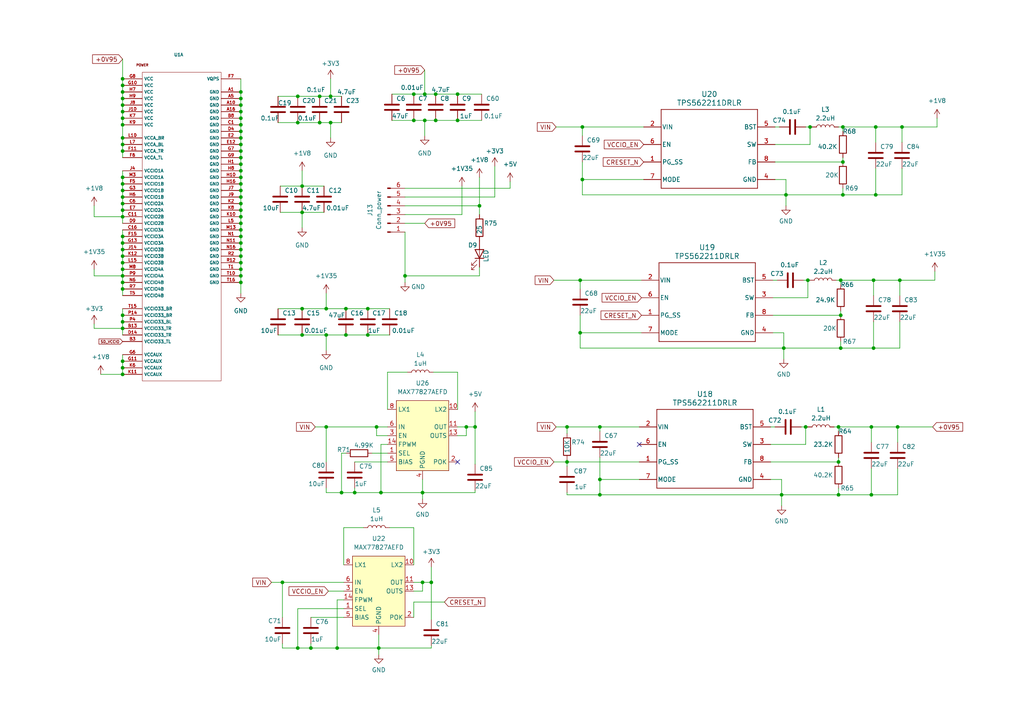
<source format=kicad_sch>
(kicad_sch (version 20250114) (generator "eeschema") (generator_version "9.0")
  (paper "A4")
  (junction (at 69.85 40.005))
  (junction (at 69.85 78.105))
  (junction (at 110.49 142.875))
  (junction (at 35.56 32.385))
  (junction (at 35.56 26.67))
  (junction (at 69.85 55.245))
  (junction (at 137.795 123.825))
  (junction (at 35.56 55.245))
  (junction (at 69.85 64.77))
  (junction (at 234.315 81.28))
  (junction (at 69.85 70.485))
  (junction (at 94.615 97.155))
  (junction (at 168.275 96.52))
  (junction (at 95.885 27.94))
  (junction (at 69.85 51.435))
  (junction (at 69.85 30.48))
  (junction (at 95.885 35.56))
  (junction (at 35.56 76.2))
  (junction (at 35.56 53.34))
  (junction (at 94.615 123.825))
  (junction (at 35.56 24.765))
  (junction (at 227.33 100.965))
  (junction (at 243.205 133.985))
  (junction (at 164.465 123.825))
  (junction (at 35.56 93.345))
  (junction (at 123.19 34.925))
  (junction (at 35.56 68.58))
  (junction (at 243.205 143.51))
  (junction (at 69.85 38.1))
  (junction (at 109.22 123.825))
  (junction (at 227.965 56.515))
  (junction (at 234.95 36.83))
  (junction (at 243.84 81.28))
  (junction (at 35.56 83.82))
  (junction (at 35.56 43.815))
  (junction (at 117.475 80.01))
  (junction (at 69.85 34.29))
  (junction (at 35.56 36.195))
  (junction (at 69.85 41.91))
  (junction (at 35.56 57.15))
  (junction (at 243.84 91.44))
  (junction (at 100.33 89.535))
  (junction (at 260.35 123.825))
  (junction (at 173.99 143.51))
  (junction (at 87.63 89.535))
  (junction (at 109.855 187.96))
  (junction (at 254 56.515))
  (junction (at 135.255 123.825))
  (junction (at 244.475 46.99))
  (junction (at 69.85 62.865))
  (junction (at 69.85 66.675))
  (junction (at 100.33 97.155))
  (junction (at 81.915 168.91))
  (junction (at 35.56 108.585))
  (junction (at 35.56 78.105))
  (junction (at 86.36 35.56))
  (junction (at 69.85 68.58))
  (junction (at 35.56 30.48))
  (junction (at 90.17 187.96))
  (junction (at 173.99 139.065))
  (junction (at 132.715 27.305))
  (junction (at 35.56 59.055))
  (junction (at 69.85 32.385))
  (junction (at 35.56 70.485))
  (junction (at 226.695 143.51))
  (junction (at 69.85 49.53))
  (junction (at 69.85 76.2))
  (junction (at 243.84 100.965))
  (junction (at 125.095 168.91))
  (junction (at 69.85 53.34))
  (junction (at 139.065 59.69))
  (junction (at 35.56 72.39))
  (junction (at 164.465 133.985))
  (junction (at 253.365 81.28))
  (junction (at 106.68 97.155))
  (junction (at 120.015 34.925))
  (junction (at 168.91 52.07))
  (junction (at 168.275 81.28))
  (junction (at 35.56 80.01))
  (junction (at 35.56 51.435))
  (junction (at 69.85 45.72))
  (junction (at 69.85 26.67))
  (junction (at 122.555 142.875))
  (junction (at 69.85 60.96))
  (junction (at 261.62 36.83))
  (junction (at 35.56 60.96))
  (junction (at 86.36 187.96))
  (junction (at 86.36 27.94))
  (junction (at 92.71 27.94))
  (junction (at 69.85 80.01))
  (junction (at 168.91 36.83))
  (junction (at 69.85 59.055))
  (junction (at 244.475 56.515))
  (junction (at 69.85 81.915))
  (junction (at 87.63 53.975))
  (junction (at 35.56 62.865))
  (junction (at 252.73 123.825))
  (junction (at 233.68 123.825))
  (junction (at 243.205 123.825))
  (junction (at 132.715 34.925))
  (junction (at 35.56 74.295))
  (junction (at 173.99 123.825))
  (junction (at 35.56 41.91))
  (junction (at 35.56 40.005))
  (junction (at 92.71 35.56))
  (junction (at 99.06 142.875))
  (junction (at 94.615 89.535))
  (junction (at 244.475 36.83))
  (junction (at 123.19 27.305))
  (junction (at 87.63 97.155))
  (junction (at 87.63 61.595))
  (junction (at 69.85 72.39))
  (junction (at 69.85 47.625))
  (junction (at 126.365 34.925))
  (junction (at 69.85 74.295))
  (junction (at 120.015 27.305))
  (junction (at 35.56 34.29))
  (junction (at 35.56 95.25))
  (junction (at 254 36.83))
  (junction (at 35.56 81.915))
  (junction (at 102.87 142.875))
  (junction (at 97.79 187.96))
  (junction (at 69.85 28.575))
  (junction (at 35.56 22.86))
  (junction (at 260.985 81.28))
  (junction (at 35.56 106.68))
  (junction (at 106.68 89.535))
  (junction (at 69.85 36.195))
  (junction (at 69.85 57.15))
  (junction (at 35.56 91.44))
  (junction (at 126.365 27.305))
  (junction (at 122.555 168.91))
  (junction (at 35.56 104.775))
  (junction (at 252.73 143.51))
  (junction (at 253.365 100.965))
  (junction (at 35.56 28.575))
  (junction (at 69.85 43.815))
  (no_connect (at 132.715 133.985))
  (no_connect (at 185.42 128.905))
  (wire (pts (xy 113.03 153.035) (xy 120.015 153.035)))
  (wire (pts (xy 106.68 97.155) (xy 113.03 97.155)))
  (wire (pts (xy 120.015 171.45) (xy 122.555 171.45)))
  (wire (pts (xy 35.56 62.865) (xy 35.56 64.77)))
  (wire (pts (xy 223.52 123.825) (xy 224.79 123.825)))
  (wire (pts (xy 69.85 49.53) (xy 69.85 51.435)))
  (wire (pts (xy 69.85 40.005) (xy 69.85 41.91)))
  (wire (pts (xy 168.275 96.52) (xy 186.055 96.52)))
  (wire (pts (xy 164.465 133.985) (xy 164.465 135.255)))
  (wire (pts (xy 35.56 72.39) (xy 35.56 74.295)))
  (wire (pts (xy 35.56 59.055) (xy 35.56 60.96)))
  (wire (pts (xy 120.015 174.625) (xy 120.015 179.07)))
  (wire (pts (xy 147.955 52.705) (xy 147.955 54.61)))
  (wire (pts (xy 168.91 52.07) (xy 186.69 52.07)))
  (wire (pts (xy 137.795 119.38) (xy 137.795 123.825)))
  (wire (pts (xy 125.095 187.96) (xy 109.855 187.96)))
  (wire (pts (xy 35.56 49.53) (xy 35.56 51.435)))
  (wire (pts (xy 126.365 27.305) (xy 132.715 27.305)))
  (wire (pts (xy 271.78 36.83) (xy 271.78 34.29)))
  (wire (pts (xy 69.85 59.055) (xy 69.85 60.96)))
  (wire (pts (xy 95.25 171.45) (xy 99.695 171.45)))
  (wire (pts (xy 80.645 27.94) (xy 86.36 27.94)))
  (wire (pts (xy 69.85 66.675) (xy 69.85 68.58)))
  (wire (pts (xy 99.695 153.035) (xy 99.695 163.83)))
  (wire (pts (xy 168.275 91.44) (xy 168.275 96.52)))
  (wire (pts (xy 164.465 133.985) (xy 185.42 133.985)))
  (wire (pts (xy 69.85 51.435) (xy 69.85 53.34)))
  (wire (pts (xy 260.985 81.28) (xy 271.145 81.28)))
  (wire (pts (xy 243.84 81.28) (xy 243.84 82.55)))
  (wire (pts (xy 95.885 35.56) (xy 99.06 35.56)))
  (wire (pts (xy 90.17 179.07) (xy 99.695 179.07)))
  (wire (pts (xy 35.56 104.775) (xy 35.56 106.68)))
  (wire (pts (xy 35.56 55.245) (xy 35.56 57.15)))
  (wire (pts (xy 227.965 52.07) (xy 227.965 56.515)))
  (wire (pts (xy 81.915 186.69) (xy 81.915 187.96)))
  (wire (pts (xy 168.91 36.83) (xy 186.69 36.83)))
  (wire (pts (xy 112.395 107.95) (xy 112.395 118.745)))
  (wire (pts (xy 80.645 89.535) (xy 87.63 89.535)))
  (wire (pts (xy 125.095 168.91) (xy 125.095 179.705)))
  (wire (pts (xy 234.95 41.91) (xy 234.95 36.83)))
  (wire (pts (xy 224.79 46.99) (xy 244.475 46.99)))
  (wire (pts (xy 35.56 30.48) (xy 35.56 32.385)))
  (wire (pts (xy 233.68 36.83) (xy 234.95 36.83)))
  (wire (pts (xy 122.555 168.91) (xy 125.095 168.91)))
  (wire (pts (xy 252.73 123.825) (xy 252.73 128.27)))
  (wire (pts (xy 117.475 54.61) (xy 147.955 54.61)))
  (wire (pts (xy 35.56 91.44) (xy 35.56 93.345)))
  (wire (pts (xy 87.63 61.595) (xy 93.98 61.595)))
  (wire (pts (xy 125.095 187.325) (xy 125.095 187.96)))
  (wire (pts (xy 69.85 53.34) (xy 69.85 55.245)))
  (wire (pts (xy 126.365 34.925) (xy 132.715 34.925)))
  (wire (pts (xy 223.52 133.985) (xy 243.205 133.985)))
  (wire (pts (xy 35.56 89.535) (xy 35.56 91.44)))
  (wire (pts (xy 137.795 123.825) (xy 137.795 134.62)))
  (wire (pts (xy 261.62 56.515) (xy 254 56.515)))
  (wire (pts (xy 254 56.515) (xy 244.475 56.515)))
  (wire (pts (xy 253.365 100.965) (xy 243.84 100.965)))
  (wire (pts (xy 168.91 56.515) (xy 227.965 56.515)))
  (wire (pts (xy 135.255 126.365) (xy 135.255 123.825)))
  (wire (pts (xy 224.79 36.83) (xy 226.06 36.83)))
  (wire (pts (xy 109.855 184.15) (xy 109.855 187.96)))
  (wire (pts (xy 161.29 36.83) (xy 168.91 36.83)))
  (wire (pts (xy 35.56 74.295) (xy 35.56 76.2)))
  (wire (pts (xy 260.985 100.965) (xy 253.365 100.965)))
  (wire (pts (xy 252.73 143.51) (xy 243.205 143.51)))
  (wire (pts (xy 35.56 32.385) (xy 35.56 34.29)))
  (wire (pts (xy 78.74 168.91) (xy 81.915 168.91)))
  (wire (pts (xy 143.51 48.26) (xy 143.51 57.15)))
  (wire (pts (xy 241.935 123.825) (xy 243.205 123.825)))
  (wire (pts (xy 69.85 38.1) (xy 69.85 40.005)))
  (wire (pts (xy 243.84 99.06) (xy 243.84 100.965)))
  (wire (pts (xy 117.475 80.01) (xy 117.475 81.915)))
  (wire (pts (xy 109.22 123.825) (xy 112.395 123.825)))
  (wire (pts (xy 137.795 142.24) (xy 137.795 142.875)))
  (wire (pts (xy 168.91 52.07) (xy 168.91 56.515)))
  (wire (pts (xy 69.85 78.105) (xy 69.85 80.01)))
  (wire (pts (xy 35.56 83.82) (xy 35.56 85.725)))
  (wire (pts (xy 35.56 60.96) (xy 35.56 62.865)))
  (wire (pts (xy 35.56 36.195) (xy 35.56 40.005)))
  (wire (pts (xy 86.36 176.53) (xy 99.695 176.53)))
  (wire (pts (xy 243.205 123.825) (xy 252.73 123.825)))
  (wire (pts (xy 91.44 123.825) (xy 94.615 123.825)))
  (wire (pts (xy 35.56 26.67) (xy 35.56 28.575)))
  (wire (pts (xy 69.85 41.91) (xy 69.85 43.815)))
  (wire (pts (xy 117.475 67.31) (xy 117.475 80.01)))
  (wire (pts (xy 99.695 173.99) (xy 97.79 173.99)))
  (wire (pts (xy 133.985 53.975) (xy 133.985 62.23)))
  (wire (pts (xy 122.555 142.875) (xy 122.555 144.78)))
  (wire (pts (xy 123.19 20.32) (xy 123.19 27.305)))
  (wire (pts (xy 81.28 53.975) (xy 87.63 53.975)))
  (wire (pts (xy 226.695 143.51) (xy 226.695 146.685)))
  (wire (pts (xy 254 36.83) (xy 254 41.275)))
  (wire (pts (xy 95.885 35.56) (xy 95.885 40.005)))
  (wire (pts (xy 244.475 45.72) (xy 244.475 46.99)))
  (wire (pts (xy 69.85 55.245) (xy 69.85 57.15)))
  (wire (pts (xy 35.56 70.485) (xy 35.56 72.39)))
  (wire (pts (xy 260.35 123.825) (xy 270.51 123.825)))
  (wire (pts (xy 112.395 128.905) (xy 110.49 128.905)))
  (wire (pts (xy 243.205 36.83) (xy 244.475 36.83)))
  (wire (pts (xy 94.615 123.825) (xy 94.615 133.985)))
  (wire (pts (xy 27.305 80.01) (xy 35.56 80.01)))
  (wire (pts (xy 69.85 70.485) (xy 69.85 72.39)))
  (wire (pts (xy 223.52 139.065) (xy 226.695 139.065)))
  (wire (pts (xy 173.99 125.095) (xy 173.99 123.825)))
  (wire (pts (xy 132.715 107.95) (xy 132.715 118.745)))
  (wire (pts (xy 112.395 126.365) (xy 109.22 126.365)))
  (wire (pts (xy 234.315 81.28) (xy 234.95 81.28)))
  (wire (pts (xy 80.645 35.56) (xy 86.36 35.56)))
  (wire (pts (xy 94.615 141.605) (xy 94.615 142.875)))
  (wire (pts (xy 27.305 95.25) (xy 35.56 95.25)))
  (wire (pts (xy 125.095 164.465) (xy 125.095 168.91)))
  (wire (pts (xy 260.985 93.345) (xy 260.985 100.965)))
  (wire (pts (xy 87.63 49.53) (xy 87.63 53.975)))
  (wire (pts (xy 94.615 97.155) (xy 100.33 97.155)))
  (wire (pts (xy 69.85 57.15) (xy 69.85 59.055)))
  (wire (pts (xy 226.695 139.065) (xy 226.695 143.51)))
  (wire (pts (xy 69.85 43.815) (xy 69.85 45.72)))
  (wire (pts (xy 123.19 34.925) (xy 123.19 39.37)))
  (wire (pts (xy 224.79 52.07) (xy 227.965 52.07)))
  (wire (pts (xy 35.56 28.575) (xy 35.56 30.48)))
  (wire (pts (xy 69.85 62.865) (xy 69.85 64.77)))
  (wire (pts (xy 69.85 32.385) (xy 69.85 34.29)))
  (wire (pts (xy 261.62 36.83) (xy 271.78 36.83)))
  (wire (pts (xy 69.85 26.67) (xy 69.85 28.575)))
  (wire (pts (xy 69.85 36.195) (xy 69.85 38.1)))
  (wire (pts (xy 94.615 142.875) (xy 99.06 142.875)))
  (wire (pts (xy 232.41 123.825) (xy 233.68 123.825)))
  (wire (pts (xy 35.56 106.68) (xy 35.56 108.585)))
  (wire (pts (xy 234.95 36.83) (xy 235.585 36.83)))
  (wire (pts (xy 244.475 36.83) (xy 244.475 38.1)))
  (wire (pts (xy 132.715 34.925) (xy 139.7 34.925)))
  (wire (pts (xy 94.615 85.09) (xy 94.615 89.535)))
  (wire (pts (xy 81.915 168.91) (xy 99.695 168.91)))
  (wire (pts (xy 69.85 64.77) (xy 69.85 66.675)))
  (wire (pts (xy 117.475 59.69) (xy 139.065 59.69)))
  (wire (pts (xy 243.205 132.715) (xy 243.205 133.985)))
  (wire (pts (xy 132.715 126.365) (xy 135.255 126.365)))
  (wire (pts (xy 99.06 142.875) (xy 102.87 142.875)))
  (wire (pts (xy 69.85 76.2) (xy 69.85 78.105)))
  (wire (pts (xy 69.85 22.86) (xy 69.85 26.67)))
  (wire (pts (xy 99.06 131.445) (xy 99.06 142.875)))
  (wire (pts (xy 243.84 90.17) (xy 243.84 91.44)))
  (wire (pts (xy 35.56 51.435) (xy 35.56 53.34)))
  (wire (pts (xy 35.56 93.345) (xy 35.56 95.25)))
  (wire (pts (xy 35.56 102.87) (xy 35.56 104.775)))
  (wire (pts (xy 224.155 81.28) (xy 225.425 81.28)))
  (wire (pts (xy 227.33 96.52) (xy 227.33 100.965)))
  (wire (pts (xy 164.465 143.51) (xy 173.99 143.51)))
  (wire (pts (xy 102.87 133.985) (xy 112.395 133.985)))
  (wire (pts (xy 97.79 187.96) (xy 109.855 187.96)))
  (wire (pts (xy 105.41 153.035) (xy 99.695 153.035)))
  (wire (pts (xy 35.56 76.2) (xy 35.56 78.105)))
  (wire (pts (xy 168.275 83.82) (xy 168.275 81.28)))
  (wire (pts (xy 137.795 142.875) (xy 122.555 142.875)))
  (wire (pts (xy 164.465 123.825) (xy 173.99 123.825)))
  (wire (pts (xy 120.015 27.305) (xy 123.19 27.305)))
  (wire (pts (xy 94.615 89.535) (xy 100.33 89.535)))
  (wire (pts (xy 243.205 123.825) (xy 243.205 125.095)))
  (wire (pts (xy 173.99 139.065) (xy 185.42 139.065)))
  (wire (pts (xy 260.35 135.89) (xy 260.35 143.51)))
  (wire (pts (xy 122.555 171.45) (xy 122.555 168.91)))
  (wire (pts (xy 260.985 81.28) (xy 260.985 85.725)))
  (wire (pts (xy 271.145 81.28) (xy 271.145 78.74)))
  (wire (pts (xy 87.63 97.155) (xy 94.615 97.155)))
  (wire (pts (xy 102.87 141.605) (xy 102.87 142.875)))
  (wire (pts (xy 122.555 139.065) (xy 122.555 142.875)))
  (wire (pts (xy 27.305 78.105) (xy 27.305 80.01)))
  (wire (pts (xy 164.465 123.825) (xy 164.465 125.73)))
  (wire (pts (xy 161.29 123.825) (xy 164.465 123.825)))
  (wire (pts (xy 224.155 86.36) (xy 234.315 86.36)))
  (wire (pts (xy 164.465 142.875) (xy 164.465 143.51)))
  (wire (pts (xy 90.17 187.96) (xy 97.79 187.96)))
  (wire (pts (xy 94.615 123.825) (xy 109.22 123.825)))
  (wire (pts (xy 92.71 27.94) (xy 95.885 27.94)))
  (wire (pts (xy 87.63 61.595) (xy 87.63 66.04)))
  (wire (pts (xy 160.655 133.985) (xy 164.465 133.985)))
  (wire (pts (xy 94.615 97.155) (xy 94.615 101.6)))
  (wire (pts (xy 117.475 57.15) (xy 143.51 57.15)))
  (wire (pts (xy 260.35 143.51) (xy 252.73 143.51)))
  (wire (pts (xy 69.85 60.96) (xy 69.85 62.865)))
  (wire (pts (xy 69.85 81.915) (xy 69.85 85.09)))
  (wire (pts (xy 125.73 107.95) (xy 132.715 107.95)))
  (wire (pts (xy 35.56 78.105) (xy 35.56 80.01)))
  (wire (pts (xy 86.36 35.56) (xy 92.71 35.56)))
  (wire (pts (xy 106.68 89.535) (xy 113.03 89.535)))
  (wire (pts (xy 35.56 81.915) (xy 35.56 83.82)))
  (wire (pts (xy 35.56 53.34) (xy 35.56 55.245)))
  (wire (pts (xy 35.56 43.815) (xy 35.56 45.72)))
  (wire (pts (xy 35.56 80.01) (xy 35.56 81.915)))
  (wire (pts (xy 92.71 35.56) (xy 95.885 35.56)))
  (wire (pts (xy 86.36 187.96) (xy 90.17 187.96)))
  (wire (pts (xy 27.305 59.69) (xy 27.305 62.865)))
  (wire (pts (xy 100.33 89.535) (xy 106.68 89.535)))
  (wire (pts (xy 69.85 28.575) (xy 69.85 30.48)))
  (wire (pts (xy 254 36.83) (xy 261.62 36.83)))
  (wire (pts (xy 35.56 108.585) (xy 29.21 108.585)))
  (wire (pts (xy 253.365 81.28) (xy 260.985 81.28)))
  (wire (pts (xy 109.855 187.96) (xy 109.855 189.865)))
  (wire (pts (xy 123.19 27.305) (xy 126.365 27.305)))
  (wire (pts (xy 120.015 168.91) (xy 122.555 168.91)))
  (wire (pts (xy 69.85 45.72) (xy 69.85 47.625)))
  (wire (pts (xy 244.475 36.83) (xy 254 36.83)))
  (wire (pts (xy 224.155 91.44) (xy 243.84 91.44)))
  (wire (pts (xy 168.91 39.37) (xy 168.91 36.83)))
  (wire (pts (xy 35.56 40.005) (xy 35.56 41.91)))
  (wire (pts (xy 254 48.895) (xy 254 56.515)))
  (wire (pts (xy 261.62 48.895) (xy 261.62 56.515)))
  (wire (pts (xy 35.56 66.675) (xy 35.56 68.58)))
  (wire (pts (xy 160.655 81.28) (xy 168.275 81.28)))
  (wire (pts (xy 69.85 80.01) (xy 69.85 81.915)))
  (wire (pts (xy 224.155 96.52) (xy 227.33 96.52)))
  (wire (pts (xy 69.85 47.625) (xy 69.85 49.53)))
  (wire (pts (xy 69.85 72.39) (xy 69.85 74.295)))
  (wire (pts (xy 35.56 24.765) (xy 35.56 26.67)))
  (wire (pts (xy 139.065 77.47) (xy 139.065 80.01)))
  (wire (pts (xy 109.22 126.365) (xy 109.22 123.825)))
  (wire (pts (xy 168.275 96.52) (xy 168.275 100.965)))
  (wire (pts (xy 135.255 123.825) (xy 137.795 123.825)))
  (wire (pts (xy 132.715 27.305) (xy 139.7 27.305)))
  (wire (pts (xy 233.045 81.28) (xy 234.315 81.28)))
  (wire (pts (xy 173.99 139.065) (xy 173.99 143.51)))
  (wire (pts (xy 81.915 168.91) (xy 81.915 179.07)))
  (wire (pts (xy 35.56 95.25) (xy 35.56 97.155)))
  (wire (pts (xy 35.56 34.29) (xy 35.56 36.195)))
  (wire (pts (xy 234.315 86.36) (xy 234.315 81.28)))
  (wire (pts (xy 27.305 93.98) (xy 27.305 95.25)))
  (wire (pts (xy 110.49 128.905) (xy 110.49 142.875)))
  (wire (pts (xy 173.99 143.51) (xy 226.695 143.51)))
  (wire (pts (xy 87.63 89.535) (xy 94.615 89.535)))
  (wire (pts (xy 253.365 93.345) (xy 253.365 100.965)))
  (wire (pts (xy 173.99 132.715) (xy 173.99 139.065)))
  (wire (pts (xy 139.065 51.435) (xy 139.065 59.69)))
  (wire (pts (xy 253.365 81.28) (xy 253.365 85.725)))
  (wire (pts (xy 87.63 53.975) (xy 93.98 53.975)))
  (wire (pts (xy 227.33 100.965) (xy 227.33 104.14)))
  (wire (pts (xy 242.57 81.28) (xy 243.84 81.28)))
  (wire (pts (xy 69.85 30.48) (xy 69.85 32.385)))
  (wire (pts (xy 223.52 128.905) (xy 233.68 128.905)))
  (wire (pts (xy 139.065 80.01) (xy 117.475 80.01)))
  (wire (pts (xy 233.68 128.905) (xy 233.68 123.825)))
  (wire (pts (xy 139.065 59.69) (xy 139.065 62.23)))
  (wire (pts (xy 80.645 97.155) (xy 87.63 97.155)))
  (wire (pts (xy 224.79 41.91) (xy 234.95 41.91)))
  (wire (pts (xy 100.33 97.155) (xy 106.68 97.155)))
  (wire (pts (xy 27.305 62.865) (xy 35.56 62.865)))
  (wire (pts (xy 113.665 34.925) (xy 120.015 34.925)))
  (wire (pts (xy 243.205 141.605) (xy 243.205 143.51)))
  (wire (pts (xy 168.91 46.99) (xy 168.91 52.07)))
  (wire (pts (xy 243.205 143.51) (xy 226.695 143.51)))
  (wire (pts (xy 261.62 36.83) (xy 261.62 41.275)))
  (wire (pts (xy 95.885 22.86) (xy 95.885 27.94)))
  (wire (pts (xy 123.19 34.925) (xy 126.365 34.925)))
  (wire (pts (xy 100.33 131.445) (xy 99.06 131.445)))
  (wire (pts (xy 243.84 81.28) (xy 253.365 81.28)))
  (wire (pts (xy 227.965 56.515) (xy 227.965 59.69)))
  (wire (pts (xy 110.49 142.875) (xy 122.555 142.875)))
  (wire (pts (xy 97.79 173.99) (xy 97.79 187.96)))
  (wire (pts (xy 128.905 174.625) (xy 120.015 174.625)))
  (wire (pts (xy 69.85 68.58) (xy 69.85 70.485)))
  (wire (pts (xy 244.475 56.515) (xy 227.965 56.515)))
  (wire (pts (xy 118.11 107.95) (xy 112.395 107.95)))
  (wire (pts (xy 243.84 100.965) (xy 227.33 100.965)))
  (wire (pts (xy 107.95 131.445) (xy 112.395 131.445)))
  (wire (pts (xy 120.015 34.925) (xy 123.19 34.925)))
  (wire (pts (xy 69.85 74.295) (xy 69.85 76.2)))
  (wire (pts (xy 173.99 123.825) (xy 185.42 123.825)))
  (wire (pts (xy 120.015 153.035) (xy 120.015 163.83)))
  (wire (pts (xy 35.56 22.86) (xy 35.56 24.765)))
  (wire (pts (xy 164.465 133.35) (xy 164.465 133.985)))
  (wire (pts (xy 168.275 81.28) (xy 186.055 81.28)))
  (wire (pts (xy 35.56 17.145) (xy 35.56 22.86)))
  (wire (pts (xy 35.56 68.58) (xy 35.56 70.485)))
  (wire (pts (xy 86.36 27.94) (xy 92.71 27.94)))
  (wire (pts (xy 117.475 64.77) (xy 123.19 64.77)))
  (wire (pts (xy 260.35 123.825) (xy 260.35 128.27)))
  (wire (pts (xy 81.28 61.595) (xy 87.63 61.595)))
  (wire (pts (xy 244.475 54.61) (xy 244.475 56.515)))
  (wire (pts (xy 117.475 62.23) (xy 133.985 62.23)))
  (wire (pts (xy 233.68 123.825) (xy 234.315 123.825)))
  (wire (pts (xy 90.17 186.69) (xy 90.17 187.96)))
  (wire (pts (xy 86.36 176.53) (xy 86.36 187.96)))
  (wire (pts (xy 102.87 142.875) (xy 110.49 142.875)))
  (wire (pts (xy 252.73 123.825) (xy 260.35 123.825)))
  (wire (pts (xy 113.665 27.305) (xy 120.015 27.305)))
  (wire (pts (xy 252.73 135.89) (xy 252.73 143.51)))
  (wire (pts (xy 81.915 187.96) (xy 86.36 187.96)))
  (wire (pts (xy 69.85 34.29) (xy 69.85 36.195)))
  (wire (pts (xy 95.885 27.94) (xy 99.06 27.94)))
  (wire (pts (xy 168.275 100.965) (xy 227.33 100.965)))
  (wire (pts (xy 35.56 57.15) (xy 35.56 59.055)))
  (wire (pts (xy 132.715 123.825) (xy 135.255 123.825)))
  (wire (pts (xy 35.56 41.91) (xy 35.56 43.815)))
  (global_label "VCCIO_EN" (shape input) (at 95.25 171.45 180) (property "Intersheetrefs" "${INTERSHEET_REFS}" (effects (hide yes))))
  (global_label "+0V95" (shape input) (at 123.19 64.77 0) (property "Intersheetrefs" "${INTERSHEET_REFS}" (effects (hide yes))))
  (global_label "SD_VCCIO" (shape input) (at 35.56 99.06 180) (effects (font (size 0.762 0.762))) (property "Intersheetrefs" "${INTERSHEET_REFS}" (effects (hide yes))))
  (global_label "VIN" (shape input) (at 91.44 123.825 180) (property "Intersheetrefs" "${INTERSHEET_REFS}" (effects (hide yes))))
  (global_label "+0V95" (shape input) (at 123.19 20.32 180) (property "Intersheetrefs" "${INTERSHEET_REFS}" (effects (hide yes))))
  (global_label "CRESET_N" (shape input) (at 128.905 174.625 0) (property "Intersheetrefs" "${INTERSHEET_REFS}" (effects (hide yes))))
  (global_label "VIN" (shape input) (at 160.655 81.28 180) (property "Intersheetrefs" "${INTERSHEET_REFS}" (effects (hide yes))))
  (global_label "VCCIO_EN" (shape input) (at 186.055 86.36 180) (property "Intersheetrefs" "${INTERSHEET_REFS}" (effects (hide yes))))
  (global_label "VCCIO_EN" (shape input) (at 160.655 133.985 180) (property "Intersheetrefs" "${INTERSHEET_REFS}" (effects (hide yes))))
  (global_label "CRESET_N" (shape input) (at 186.69 46.99 180) (property "Intersheetrefs" "${INTERSHEET_REFS}" (effects (hide yes))))
  (global_label "VIN" (shape input) (at 161.29 123.825 180) (property "Intersheetrefs" "${INTERSHEET_REFS}" (effects (hide yes))))
  (global_label "VIN" (shape input) (at 161.29 36.83 180) (property "Intersheetrefs" "${INTERSHEET_REFS}" (effects (hide yes))))
  (global_label "+0V95" (shape input) (at 270.51 123.825 0) (property "Intersheetrefs" "${INTERSHEET_REFS}" (effects (hide yes))))
  (global_label "+0V95" (shape input) (at 35.56 17.145 180) (property "Intersheetrefs" "${INTERSHEET_REFS}" (effects (hide yes))))
  (global_label "VCCIO_EN" (shape input) (at 186.69 41.91 180) (property "Intersheetrefs" "${INTERSHEET_REFS}" (effects (hide yes))))
  (global_label "VIN" (shape input) (at 78.74 168.91 180) (property "Intersheetrefs" "${INTERSHEET_REFS}" (effects (hide yes))))
  (global_label "CRESET_N" (shape input) (at 186.055 91.44 180) (property "Intersheetrefs" "${INTERSHEET_REFS}" (effects (hide yes))))
  (symbol (lib_id "power:+3V3") (at 143.51 48.26 0) (unit 1)
    (property "Reference" "#PWR0111" (effects (hide yes)))
    (property "Value" "+3V3" (at 143.51 43.815 0))
    (property "Description" "Power symbol creates a global label with name \"+3V3\"" (effects (hide yes)))
  )
  (symbol (lib_id "Device:C") (at 132.715 31.115 0) (unit 1)
    (property "Reference" "C9" (at 133.985 28.575 0) (effects (justify left)))
    (property "Value" "1uF" (at 133.35 33.655 0) (effects (justify left)))
    (property "Footprint" "Capacitor_SMD:C_0603_1608Metric" (effects (hide yes)))
    (property "Description" "Unpolarized capacitor" (effects (hide yes)))
  )
  (symbol (lib_id "Device:L") (at 238.76 81.28 90) (unit 1)
    (property "Reference" "L2" (at 238.76 76.2 90))
    (property "Value" "2.2uH" (at 238.76 78.74 90))
    (property "Footprint" "Inductor_SMD:L_1008_2520Metric" (effects (hide yes)))
  )
  (symbol (lib_id "power:GND") (at 122.555 144.78 0) (unit 1)
    (property "Reference" "#PWR076" (effects (hide yes)))
    (property "Value" "GND" (at 122.555 149.225 0))
    (property "Description" "Power symbol creates a global label with name \"GND\" , ground" (effects (hide yes)))
  )
  (symbol (lib_id "Device:C") (at 229.87 36.83 90) (unit 1)
    (property "Reference" "C74" (at 227.965 34.925 90) (effects (justify left)))
    (property "Value" "0.1uF" (at 232.41 32.385 90) (effects (justify left)))
    (property "Footprint" "Capacitor_SMD:C_0603_1608Metric" (effects (hide yes)))
  )
  (symbol (lib_id "Device:C") (at 164.465 139.065 0) (unit 1)
    (property "Reference" "C87" (at 166.37 136.652 0) (effects (justify left)))
    (property "Value" "1uF" (at 166.624 141.224 0) (effects (justify left)))
    (property "Footprint" "Capacitor_SMD:C_0603_1608Metric" (effects (hide yes)))
    (property "Description" "Unpolarized capacitor" (effects (hide yes)))
  )
  (symbol (lib_id "Device:R") (at 243.205 137.795 180) (unit 1)
    (property "Reference" "R65" (at 245.745 141.605 0))
    (property "Value" "40.2K" (at 238.76 137.795 0))
    (property "Footprint" "Resistor_SMD:R_0603_1608Metric" (effects (hide yes)))
    (property "Description" "Resistor" (effects (hide yes)))
  )
  (symbol (lib_id "power:GND") (at 117.475 81.915 0) (unit 1)
    (property "Reference" "#PWR0108" (effects (hide yes)))
    (property "Value" "GND" (at 121.285 83.185 0))
    (property "Description" "Power symbol creates a global label with name \"GND\" , ground" (effects (hide yes)))
  )
  (symbol (lib_id "Device:C") (at 260.985 89.535 0) (unit 1)
    (property "Reference" "C83" (at 262.255 86.995 0) (effects (justify left)))
    (property "Value" "22uF" (at 260.985 92.075 0) (effects (justify left)))
    (property "Footprint" "Capacitor_SMD:C_0805_2012Metric" (effects (hide yes)))
    (property "Description" "Unpolarized capacitor" (effects (hide yes)))
  )
  (symbol (lib_id "Device:C") (at 120.015 31.115 0) (unit 1)
    (property "Reference" "C7" (at 121.285 28.575 0) (effects (justify left)))
    (property "Value" "0.01uF" (at 116.205 25.4 0) (effects (justify left)))
    (property "Footprint" "Capacitor_SMD:C_0603_1608Metric" (effects (hide yes)))
    (property "Description" "Unpolarized capacitor" (effects (hide yes)))
  )
  (symbol (lib_id "Device:C") (at 228.6 123.825 90) (unit 1)
    (property "Reference" "C72" (at 226.695 121.92 90) (effects (justify left)))
    (property "Value" "0.1uF" (at 231.14 119.38 90) (effects (justify left)))
    (property "Footprint" "Capacitor_SMD:C_0603_1608Metric" (effects (hide yes)))
  )
  (symbol (lib_id "Device:C") (at 139.7 31.115 0) (unit 1)
    (property "Reference" "C60" (at 140.97 28.575 0) (effects (justify left)))
    (property "Value" "0.1uF" (at 140.335 33.655 0) (effects (justify left)))
    (property "Footprint" "Capacitor_SMD:C_0603_1608Metric" (effects (hide yes)))
    (property "Description" "Unpolarized capacitor" (effects (hide yes)))
  )
  (symbol (lib_id "Device:C") (at 137.795 138.43 0) (unit 1)
    (property "Reference" "C85" (at 139.065 135.89 0) (effects (justify left)))
    (property "Value" "22uF" (at 137.795 140.97 0) (effects (justify left)))
    (property "Footprint" "Capacitor_SMD:C_0805_2012Metric" (effects (hide yes)))
    (property "Description" "Unpolarized capacitor" (effects (hide yes)))
  )
  (symbol (lib_id "Device:C") (at 125.095 183.515 0) (unit 1)
    (property "Reference" "C81" (at 126.365 180.975 0) (effects (justify left)))
    (property "Value" "22uF" (at 125.095 186.055 0) (effects (justify left)))
    (property "Footprint" "Capacitor_SMD:C_0805_2012Metric" (effects (hide yes)))
    (property "Description" "Unpolarized capacitor" (effects (hide yes)))
  )
  (symbol (lib_id "power:+1V8") (at 29.21 108.585 0) (unit 1)
    (property "Reference" "#PWR010" (effects (hide yes)))
    (property "Value" "+1V8" (at 29.21 103.505 0))
    (property "Description" "Power symbol creates a global label with name \"+1V8\"" (effects (hide yes)))
  )
  (symbol (lib_id "Device:C") (at 168.275 87.63 0) (unit 1)
    (property "Reference" "C68" (at 169.545 85.09 0) (effects (justify left)))
    (property "Value" "22uF" (at 168.275 90.17 0) (effects (justify left)))
    (property "Footprint" "Capacitor_SMD:C_0805_2012Metric" (effects (hide yes)))
    (property "Description" "Unpolarized capacitor" (effects (hide yes)))
  )
  (symbol (lib_id "Device:C") (at 252.73 132.08 0) (unit 1)
    (property "Reference" "C77" (at 254 129.54 0) (effects (justify left)))
    (property "Value" "22uF" (at 252.73 134.62 0) (effects (justify left)))
    (property "Footprint" "Capacitor_SMD:C_0805_2012Metric" (effects (hide yes)))
    (property "Description" "Unpolarized capacitor" (effects (hide yes)))
  )
  (symbol (lib_id "Device:C") (at 254 45.085 0) (unit 1)
    (property "Reference" "C79" (at 255.27 42.545 0) (effects (justify left)))
    (property "Value" "22uF" (at 254 47.625 0) (effects (justify left)))
    (property "Footprint" "Capacitor_SMD:C_0805_2012Metric" (effects (hide yes)))
    (property "Description" "Unpolarized capacitor" (effects (hide yes)))
  )
  (symbol (lib_id "power:GND") (at 226.695 146.685 0) (unit 1)
    (property "Reference" "#PWR035" (effects (hide yes)))
    (property "Value" "GND" (at 226.695 151.13 0))
    (property "Description" "Power symbol creates a global label with name \"GND\" , ground" (effects (hide yes)))
  )
  (symbol (lib_id "power:+3V3") (at 95.885 22.86 0) (unit 1)
    (property "Reference" "#PWR045" (effects (hide yes)))
    (property "Value" "+3V3" (at 95.885 18.415 0))
    (property "Description" "Power symbol creates a global label with name \"+3V3\"" (effects (hide yes)))
  )
  (symbol (lib_id "power:GND") (at 87.63 66.04 0) (unit 1)
    (property "Reference" "#PWR042" (effects (hide yes)))
    (property "Value" "GND" (at 87.63 71.12 0))
    (property "Description" "Power symbol creates a global label with name \"GND\" , ground" (effects (hide yes)))
  )
  (symbol (lib_id "power:+1V35") (at 271.145 78.74 0) (unit 1)
    (property "Reference" "#PWR0103" (effects (hide yes)))
    (property "Value" "+1V35" (at 271.145 73.66 0))
    (property "Description" "Power symbol creates a global label with name \"+1V35\"" (effects (hide yes)))
  )
  (symbol (lib_id "Device:C") (at 87.63 93.345 0) (unit 1)
    (property "Reference" "C15" (at 88.9 90.805 0) (effects (justify left)))
    (property "Value" "0.01uF" (at 88.265 95.885 0) (effects (justify left)))
    (property "Footprint" "Capacitor_SMD:C_0603_1608Metric" (effects (hide yes)))
    (property "Description" "Unpolarized capacitor" (effects (hide yes)))
  )
  (symbol (lib_id "Device:L") (at 121.92 107.95 90) (unit 1)
    (property "Reference" "L4" (at 121.92 102.87 90))
    (property "Value" "1uH" (at 121.92 105.41 90))
    (property "Footprint" "Inductor_SMD:L_0805_2012Metric" (effects (hide yes)))
  )
  (symbol (lib_id "Device:C") (at 90.17 182.88 0) (unit 1)
    (property "Reference" "C76" (at 91.44 180.34 0) (effects (justify left)))
    (property "Value" "1uF" (at 90.17 185.42 0) (effects (justify left)))
    (property "Footprint" "Capacitor_SMD:C_0603_1608Metric" (effects (hide yes)))
    (property "Description" "Unpolarized capacitor" (effects (hide yes)))
  )
  (symbol (lib_id "Device:L") (at 238.125 123.825 90) (unit 1)
    (property "Reference" "L1" (at 238.125 118.745 90))
    (property "Value" "2.2uH" (at 238.125 121.285 90))
    (property "Footprint" "Inductor_SMD:L_1008_2520Metric" (effects (hide yes)))
  )
  (symbol (lib_id "Device:C") (at 81.28 57.785 0) (unit 1)
    (property "Reference" "C10" (at 82.55 55.245 0) (effects (justify left)))
    (property "Value" "10uF" (at 76.2 60.325 0) (effects (justify left)))
    (property "Footprint" "Capacitor_SMD:C_0603_1608Metric" (effects (hide yes)))
    (property "Description" "Unpolarized capacitor" (effects (hide yes)))
  )
  (symbol (lib_id "Device:R") (at 139.065 66.04 0) (unit 1)
    (property "Reference" "R75" (at 140.335 64.77 0) (effects (justify left)))
    (property "Value" "25" (at 139.065 67.945 90) (effects (justify left)))
    (property "Footprint" "Resistor_SMD:R_0603_1608Metric" (effects (hide yes)))
    (property "Description" "Resistor" (effects (hide yes)))
  )
  (symbol (lib_id "Device:C") (at 113.03 93.345 0) (unit 1)
    (property "Reference" "C18" (at 114.3 90.805 0) (effects (justify left)))
    (property "Value" "0.01uF" (at 113.665 95.885 0) (effects (justify left)))
    (property "Footprint" "Capacitor_SMD:C_0603_1608Metric" (effects (hide yes)))
    (property "Description" "Unpolarized capacitor" (effects (hide yes)))
  )
  (symbol (lib_id "Device:C") (at 113.665 31.115 0) (unit 1)
    (property "Reference" "C6" (at 114.935 28.575 0) (effects (justify left)))
    (property "Value" "47uF" (at 113.665 33.655 0) (effects (justify left)))
    (property "Footprint" "Capacitor_SMD:C_0603_1608Metric" (effects (hide yes)))
    (property "Description" "Unpolarized capacitor" (effects (hide yes)))
  )
  (symbol (lib_id "power:+1V35") (at 133.985 53.975 0) (unit 1)
    (property "Reference" "#PWR0109" (effects (hide yes)))
    (property "Value" "+1V35" (at 133.985 48.895 0))
    (property "Description" "Power symbol creates a global label with name \"+1V35\"" (effects (hide yes)))
  )
  (symbol (lib_id "power:+1V8") (at 87.63 49.53 0) (unit 1)
    (property "Reference" "#PWR041" (effects (hide yes)))
    (property "Value" "+1V8" (at 87.63 44.45 0))
    (property "Description" "Power symbol creates a global label with name \"+1V8\"" (effects (hide yes)))
  )
  (symbol (lib_id "endeavour2:TPS562211DRLR") (at 186.69 36.83 0) (unit 1)
    (property "Reference" "U20" (at 205.74 27.305 0) (effects (font (size 1.524 1.524))))
    (property "Value" "TPS562211DRLR" (at 205.74 29.845 0) (effects (font (size 1.524 1.524))))
    (property "Footprint" "endeavour2:DRL0008A-MFG" (effects (hide yes)))
    (property "Datasheet" "TPS562211DRLR" (effects (hide yes)))
  )
  (symbol (lib_id "power:GND") (at 227.965 59.69 0) (unit 1)
    (property "Reference" "#PWR0100" (effects (hide yes)))
    (property "Value" "GND" (at 227.965 64.135 0))
    (property "Description" "Power symbol creates a global label with name \"GND\" , ground" (effects (hide yes)))
  )
  (symbol (lib_id "power:+1V8") (at 271.78 34.29 0) (unit 1)
    (property "Reference" "#PWR0104" (effects (hide yes)))
    (property "Value" "+1V8" (at 271.78 29.21 0))
    (property "Description" "Power symbol creates a global label with name \"+1V8\"" (effects (hide yes)))
  )
  (symbol (lib_id "power:+5V") (at 147.955 52.705 0) (unit 1)
    (property "Reference" "#PWR0112" (effects (hide yes)))
    (property "Value" "+5V" (at 147.955 47.625 0))
  )
  (symbol (lib_id "Device:R") (at 244.475 41.91 180) (unit 1)
    (property "Reference" "R68" (at 246.38 38.1 0))
    (property "Value" "40.2K" (at 240.03 42.545 0))
    (property "Footprint" "Resistor_SMD:R_0603_1608Metric" (effects (hide yes)))
    (property "Description" "Resistor" (effects (hide yes)))
  )
  (symbol (lib_id "Regulator_Switching:MAX77827AEFD") (at 122.555 126.365 0) (unit 1)
    (property "Reference" "U26" (at 122.555 111.125 0))
    (property "Value" "MAX77827AEFD" (at 122.555 113.665 0))
    (property "Footprint" "Package_DFN_QFN:Maxim_FC2QFN-14_2.5x2.5mm_P0.5mm" (effects (hide yes)))
    (property "Datasheet" "https://www.analog.com/media/en/technical-documentation/data-sheets/MAX77827.pdf" (effects (hide yes)))
    (property "Description" "5.5V Input, 1.8A/3.1A Switch Buck-Boost, QFN-14" (effects (hide yes)))
  )
  (symbol (lib_id "power:GND") (at 69.85 85.09 0) (unit 1)
    (property "Reference" "#PWR011" (effects (hide yes)))
    (property "Value" "GND" (at 69.85 90.17 0))
    (property "Description" "Power symbol creates a global label with name \"GND\" , ground" (effects (hide yes)))
  )
  (symbol (lib_id "Device:R") (at 164.465 129.54 0) (unit 1)
    (property "Reference" "R74" (at 165.735 128.27 0) (effects (justify left)))
    (property "Value" "10K" (at 164.465 131.445 90) (effects (justify left)))
    (property "Footprint" "Resistor_SMD:R_0603_1608Metric" (effects (hide yes)))
    (property "Description" "Resistor" (effects (hide yes)))
  )
  (symbol (lib_id "endeavour2:TPS562211DRLR") (at 186.055 81.28 0) (unit 1)
    (property "Reference" "U19" (at 205.105 71.755 0) (effects (font (size 1.524 1.524))))
    (property "Value" "TPS562211DRLR" (at 205.105 74.295 0) (effects (font (size 1.524 1.524))))
    (property "Footprint" "endeavour2:DRL0008A-MFG" (effects (hide yes)))
    (property "Datasheet" "TPS562211DRLR" (effects (hide yes)))
  )
  (symbol (lib_id "power:+3V3") (at 27.305 93.98 0) (unit 1)
    (property "Reference" "#PWR05" (effects (hide yes)))
    (property "Value" "+3V3" (at 27.305 89.535 0))
    (property "Description" "Power symbol creates a global label with name \"+3V3\"" (effects (hide yes)))
  )
  (symbol (lib_id "endeavour2:Ti60F256") (at 41.275 20.955 0) (unit 1)
    (property "Reference" "U1" (at 51.8268 15.875 0) (effects (font (size 0.889 0.889))))
    (property "Value" "Ti60F256" (effects (hide yes)))
    (property "Footprint" "Package_BGA:BGA-256_14.0x14.0mm_Layout16x16_P0.8mm_Ball0.45mm_Pad0.32mm_NSMD" (effects (hide yes)))
    (property "SPLIT_INST" "TRUE" (effects (hide yes)))
    (property "SWAP_INFO" "(S1+S2+S3+S4+S5+S6+S7+S8+S9+S10+S11+S12+S13)" (effects (hide yes)))
  )
  (symbol (lib_id "power:+1V35") (at 27.305 78.105 0) (unit 1)
    (property "Reference" "#PWR04" (effects (hide yes)))
    (property "Value" "+1V35" (at 27.305 73.025 0))
    (property "Description" "Power symbol creates a global label with name \"+1V35\"" (effects (hide yes)))
  )
  (symbol (lib_id "power:+1V35") (at 94.615 85.09 0) (unit 1)
    (property "Reference" "#PWR043" (effects (hide yes)))
    (property "Value" "+1V35" (at 94.615 80.01 0))
    (property "Description" "Power symbol creates a global label with name \"+1V35\"" (effects (hide yes)))
  )
  (symbol (lib_id "Device:R") (at 104.14 131.445 90) (unit 1)
    (property "Reference" "R71" (at 99.695 130.429 90))
    (property "Value" "4.99K" (at 105.537 129.159 90))
    (property "Footprint" "Resistor_SMD:R_0603_1608Metric" (effects (hide yes)))
    (property "Description" "Resistor" (effects (hide yes)))
  )
  (symbol (lib_id "Device:C") (at 168.91 43.18 0) (unit 1)
    (property "Reference" "C69" (at 170.18 40.64 0) (effects (justify left)))
    (property "Value" "22uF" (at 168.91 45.72 0) (effects (justify left)))
    (property "Footprint" "Capacitor_SMD:C_0805_2012Metric" (effects (hide yes)))
    (property "Description" "Unpolarized capacitor" (effects (hide yes)))
  )
  (symbol (lib_id "power:GND") (at 109.855 189.865 0) (unit 1)
    (property "Reference" "#PWR079" (effects (hide yes)))
    (property "Value" "GND" (at 109.855 194.31 0))
    (property "Description" "Power symbol creates a global label with name \"GND\" , ground" (effects (hide yes)))
  )
  (symbol (lib_id "power:GND") (at 227.33 104.14 0) (unit 1)
    (property "Reference" "#PWR099" (effects (hide yes)))
    (property "Value" "GND" (at 227.33 108.585 0))
    (property "Description" "Power symbol creates a global label with name \"GND\" , ground" (effects (hide yes)))
  )
  (symbol (lib_id "Device:R") (at 243.205 128.905 180) (unit 1)
    (property "Reference" "R64" (at 245.11 125.095 0))
    (property "Value" "23.2K" (at 238.76 128.905 0))
    (property "Footprint" "Resistor_SMD:R_0603_1608Metric" (effects (hide yes)))
    (property "Description" "Resistor" (effects (hide yes)))
  )
  (symbol (lib_id "Device:C") (at 80.645 93.345 0) (unit 1)
    (property "Reference" "C13" (at 81.915 90.805 0) (effects (justify left)))
    (property "Value" "10uF" (at 75.565 95.885 0) (effects (justify left)))
    (property "Footprint" "Capacitor_SMD:C_0603_1608Metric" (effects (hide yes)))
    (property "Description" "Unpolarized capacitor" (effects (hide yes)))
  )
  (symbol (lib_id "power:+1V8") (at 27.305 59.69 0) (unit 1)
    (property "Reference" "#PWR03" (effects (hide yes)))
    (property "Value" "+1V8" (at 27.305 54.61 0))
    (property "Description" "Power symbol creates a global label with name \"+1V8\"" (effects (hide yes)))
  )
  (symbol (lib_id "Device:R") (at 243.84 95.25 180) (unit 1)
    (property "Reference" "R67" (at 246.38 99.06 0))
    (property "Value" "20K" (at 240.665 95.25 0))
    (property "Footprint" "Resistor_SMD:R_0603_1608Metric" (effects (hide yes)))
    (property "Description" "Resistor" (effects (hide yes)))
  )
  (symbol (lib_id "Device:C") (at 106.68 93.345 0) (unit 1)
    (property "Reference" "C17" (at 107.95 90.805 0) (effects (justify left)))
    (property "Value" "1uF" (at 106.68 95.885 0) (effects (justify left)))
    (property "Footprint" "Capacitor_SMD:C_0603_1608Metric" (effects (hide yes)))
    (property "Description" "Unpolarized capacitor" (effects (hide yes)))
  )
  (symbol (lib_id "power:+3V3") (at 125.095 164.465 0) (unit 1)
    (property "Reference" "#PWR086" (effects (hide yes)))
    (property "Value" "+3V3" (at 125.095 160.02 0))
    (property "Description" "Power symbol creates a global label with name \"+3V3\"" (effects (hide yes)))
  )
  (symbol (lib_id "Device:R") (at 244.475 50.8 180) (unit 1)
    (property "Reference" "R69" (at 247.015 54.61 0))
    (property "Value" "20K" (at 241.3 50.8 0))
    (property "Footprint" "Resistor_SMD:R_0603_1608Metric" (effects (hide yes)))
    (property "Description" "Resistor" (effects (hide yes)))
  )
  (symbol (lib_id "Device:C") (at 173.99 128.905 0) (unit 1)
    (property "Reference" "C67" (at 175.26 126.365 0) (effects (justify left)))
    (property "Value" "22uF" (at 173.99 131.445 0) (effects (justify left)))
    (property "Footprint" "Capacitor_SMD:C_0805_2012Metric" (effects (hide yes)))
    (property "Description" "Unpolarized capacitor" (effects (hide yes)))
  )
  (symbol (lib_id "Device:C") (at 260.35 132.08 0) (unit 1)
    (property "Reference" "C82" (at 261.62 129.54 0) (effects (justify left)))
    (property "Value" "22uF" (at 260.35 134.62 0) (effects (justify left)))
    (property "Footprint" "Capacitor_SMD:C_0805_2012Metric" (effects (hide yes)))
    (property "Description" "Unpolarized capacitor" (effects (hide yes)))
  )
  (symbol (lib_id "Device:C") (at 92.71 31.75 0) (unit 1)
    (property "Reference" "C21" (at 93.98 29.21 0) (effects (justify left)))
    (property "Value" "0.1uF" (at 88.9 26.035 0) (effects (justify left)))
    (property "Footprint" "Capacitor_SMD:C_0603_1608Metric" (effects (hide yes)))
    (property "Description" "Unpolarized capacitor" (effects (hide yes)))
  )
  (symbol (lib_id "Device:L") (at 239.395 36.83 90) (unit 1)
    (property "Reference" "L3" (at 239.395 31.75 90))
    (property "Value" "2.2uH" (at 239.395 34.29 90))
    (property "Footprint" "Inductor_SMD:L_1008_2520Metric" (effects (hide yes)))
  )
  (symbol (lib_id "Device:C") (at 94.615 137.795 0) (unit 1)
    (property "Reference" "C80" (at 90.424 135.001 0) (effects (justify left)))
    (property "Value" "10uF" (at 89.408 140.335 0) (effects (justify left)))
    (property "Footprint" "Capacitor_SMD:C_0603_1608Metric" (effects (hide yes)))
    (property "Description" "Unpolarized capacitor" (effects (hide yes)))
  )
  (symbol (lib_id "Device:C") (at 99.06 31.75 0) (unit 1)
    (property "Reference" "C23" (at 100.33 29.21 0) (effects (justify left)))
    (property "Value" "4.7uF" (at 97.79 26.67 0) (effects (justify left)))
    (property "Footprint" "Capacitor_SMD:C_0603_1608Metric" (effects (hide yes)))
    (property "Description" "Unpolarized capacitor" (effects (hide yes)))
  )
  (symbol (lib_id "power:+5V") (at 137.795 119.38 0) (unit 1)
    (property "Reference" "#PWR078" (effects (hide yes)))
    (property "Value" "+5V" (at 137.795 114.3 0))
  )
  (symbol (lib_id "Device:C") (at 81.915 182.88 0) (unit 1)
    (property "Reference" "C71" (at 77.724 180.086 0) (effects (justify left)))
    (property "Value" "10uF" (at 76.708 185.42 0) (effects (justify left)))
    (property "Footprint" "Capacitor_SMD:C_0603_1608Metric" (effects (hide yes)))
    (property "Description" "Unpolarized capacitor" (effects (hide yes)))
  )
  (symbol (lib_id "Regulator_Switching:MAX77827AEFD") (at 109.855 171.45 0) (unit 1)
    (property "Reference" "U22" (at 109.855 156.21 0))
    (property "Value" "MAX77827AEFD" (at 109.855 158.75 0))
    (property "Footprint" "Package_DFN_QFN:Maxim_FC2QFN-14_2.5x2.5mm_P0.5mm" (effects (hide yes)))
    (property "Datasheet" "https://www.analog.com/media/en/technical-documentation/data-sheets/MAX77827.pdf" (effects (hide yes)))
    (property "Description" "5.5V Input, 1.8A/3.1A Switch Buck-Boost, QFN-14" (effects (hide yes)))
  )
  (symbol (lib_id "power:GND") (at 95.885 40.005 0) (unit 1)
    (property "Reference" "#PWR046" (effects (hide yes)))
    (property "Value" "GND" (at 95.885 45.085 0))
    (property "Description" "Power symbol creates a global label with name \"GND\" , ground" (effects (hide yes)))
  )
  (symbol (lib_id "Device:C") (at 102.87 137.795 0) (unit 1)
    (property "Reference" "C75" (at 104.14 135.255 0) (effects (justify left)))
    (property "Value" "1uF" (at 102.87 140.335 0) (effects (justify left)))
    (property "Footprint" "Capacitor_SMD:C_0603_1608Metric" (effects (hide yes)))
    (property "Description" "Unpolarized capacitor" (effects (hide yes)))
  )
  (symbol (lib_id "power:GND") (at 94.615 101.6 0) (unit 1)
    (property "Reference" "#PWR044" (effects (hide yes)))
    (property "Value" "GND" (at 94.615 106.68 0))
    (property "Description" "Power symbol creates a global label with name \"GND\" , ground" (effects (hide yes)))
  )
  (symbol (lib_id "endeavour2:TPS562211DRLR") (at 185.42 123.825 0) (unit 1)
    (property "Reference" "U18" (at 204.47 114.3 0) (effects (font (size 1.524 1.524))))
    (property "Value" "TPS562211DRLR" (at 204.47 116.84 0) (effects (font (size 1.524 1.524))))
    (property "Footprint" "endeavour2:DRL0008A-MFG" (effects (hide yes)))
    (property "Datasheet" "TPS562211DRLR" (effects (hide yes)))
  )
  (symbol (lib_id "Device:C") (at 261.62 45.085 0) (unit 1)
    (property "Reference" "C84" (at 262.89 42.545 0) (effects (justify left)))
    (property "Value" "22uF" (at 261.62 47.625 0) (effects (justify left)))
    (property "Footprint" "Capacitor_SMD:C_0805_2012Metric" (effects (hide yes)))
    (property "Description" "Unpolarized capacitor" (effects (hide yes)))
  )
  (symbol (lib_id "Device:LED") (at 139.065 73.66 270) (mirror x) (unit 1)
    (property "Reference" "D9" (at 138.43 71.12 90) (effects (justify right)))
    (property "Value" "LED" (at 140.97 72.39 0) (effects (justify right)))
    (property "Footprint" "LED_SMD:LED_0603_1608Metric" (effects (hide yes)))
    (property "Description" "Light emitting diode" (effects (hide yes)))
  )
  (symbol (lib_id "Device:C") (at 229.235 81.28 90) (unit 1)
    (property "Reference" "C73" (at 227.33 79.375 90) (effects (justify left)))
    (property "Value" "0.1uF" (at 231.775 76.835 90) (effects (justify left)))
    (property "Footprint" "Capacitor_SMD:C_0603_1608Metric" (effects (hide yes)))
  )
  (symbol (lib_id "Device:R") (at 243.84 86.36 180) (unit 1)
    (property "Reference" "R66" (at 245.745 82.55 0))
    (property "Value" "24.9K" (at 239.395 86.995 0))
    (property "Footprint" "Resistor_SMD:R_0603_1608Metric" (effects (hide yes)))
    (property "Description" "Resistor" (effects (hide yes)))
  )
  (symbol (lib_id "Connector:Conn_01x06_Pin") (at 112.395 62.23 0) (mirror x) (unit 1)
    (property "Reference" "J13" (at 107.315 60.96 90))
    (property "Value" "Conn_power" (at 109.855 60.96 90))
    (property "Footprint" "Connector_PinHeader_2.54mm:PinHeader_2x03_P2.54mm_Vertical" (effects (hide yes)))
    (property "Description" "Generic connector, single row, 01x06, script generated" (effects (hide yes)))
  )
  (symbol (lib_id "Device:C") (at 93.98 57.785 0) (unit 1)
    (property "Reference" "C12" (at 95.25 55.245 0) (effects (justify left)))
    (property "Value" "0.01uF" (at 94.615 60.325 0) (effects (justify left)))
    (property "Footprint" "Capacitor_SMD:C_0603_1608Metric" (effects (hide yes)))
    (property "Description" "Unpolarized capacitor" (effects (hide yes)))
  )
  (symbol (lib_id "Device:C") (at 87.63 57.785 0) (unit 1)
    (property "Reference" "C11" (at 88.9 55.245 0) (effects (justify left)))
    (property "Value" "4.7uF" (at 87.63 60.325 0) (effects (justify left)))
    (property "Footprint" "Capacitor_SMD:C_0603_1608Metric" (effects (hide yes)))
    (property "Description" "Unpolarized capacitor" (effects (hide yes)))
  )
  (symbol (lib_id "Device:L") (at 109.22 153.035 90) (unit 1)
    (property "Reference" "L5" (at 109.22 147.955 90))
    (property "Value" "1uH" (at 109.22 150.495 90))
    (property "Footprint" "Inductor_SMD:L_0805_2012Metric" (effects (hide yes)))
  )
  (symbol (lib_id "power:GND") (at 123.19 39.37 0) (unit 1)
    (property "Reference" "#PWR040" (effects (hide yes)))
    (property "Value" "GND" (at 123.19 44.45 0))
    (property "Description" "Power symbol creates a global label with name \"GND\" , ground" (effects (hide yes)))
  )
  (symbol (lib_id "Device:C") (at 126.365 31.115 0) (unit 1)
    (property "Reference" "C8" (at 127.635 28.575 0) (effects (justify left)))
    (property "Value" "4.7uF" (at 125.095 26.035 0) (effects (justify left)))
    (property "Footprint" "Capacitor_SMD:C_0603_1608Metric" (effects (hide yes)))
    (property "Description" "Unpolarized capacitor" (effects (hide yes)))
  )
  (symbol (lib_id "Device:C") (at 86.36 31.75 0) (unit 1)
    (property "Reference" "C20" (at 87.63 29.21 0) (effects (justify left)))
    (property "Value" "0.1uF" (at 86.36 34.29 0) (effects (justify left)))
    (property "Footprint" "Capacitor_SMD:C_0603_1608Metric" (effects (hide yes)))
    (property "Description" "Unpolarized capacitor" (effects (hide yes)))
  )
  (symbol (lib_id "Device:C") (at 80.645 31.75 0) (unit 1)
    (property "Reference" "C19" (at 80.645 29.845 0) (effects (justify left)))
    (property "Value" "0.1uF" (at 75.565 34.29 0) (effects (justify left)))
    (property "Footprint" "Capacitor_SMD:C_0603_1608Metric" (effects (hide yes)))
    (property "Description" "Unpolarized capacitor" (effects (hide yes)))
  )
  (symbol (lib_id "power:+1V8") (at 139.065 51.435 0) (unit 1)
    (property "Reference" "#PWR0110" (effects (hide yes)))
    (property "Value" "+1V8" (at 139.065 46.355 0))
    (property "Description" "Power symbol creates a global label with name \"+1V8\"" (effects (hide yes)))
  )
  (symbol (lib_id "Device:C") (at 100.33 93.345 0) (unit 1)
    (property "Reference" "C16" (at 101.6 90.805 0) (effects (justify left)))
    (property "Value" "47uF" (at 95.25 91.44 0) (effects (justify left)))
    (property "Footprint" "Capacitor_SMD:C_0603_1608Metric" (effects (hide yes)))
    (property "Description" "Unpolarized capacitor" (effects (hide yes)))
  )
  (symbol (lib_id "Device:C") (at 253.365 89.535 0) (unit 1)
    (property "Reference" "C78" (at 254.635 86.995 0) (effects (justify left)))
    (property "Value" "22uF" (at 253.365 92.075 0) (effects (justify left)))
    (property "Footprint" "Capacitor_SMD:C_0805_2012Metric" (effects (hide yes)))
    (property "Description" "Unpolarized capacitor" (effects (hide yes)))
  )
)
</source>
